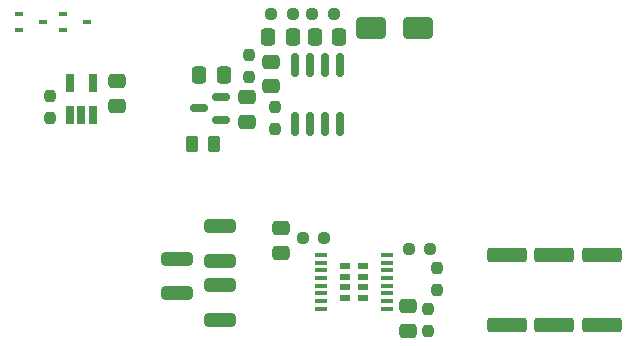
<source format=gbr>
%TF.GenerationSoftware,KiCad,Pcbnew,7.0.1-3b83917a11~172~ubuntu22.10.1*%
%TF.CreationDate,2023-09-25T18:41:39+02:00*%
%TF.ProjectId,led_boost_MIC3230,6c65645f-626f-46f7-9374-5f4d49433332,rev?*%
%TF.SameCoordinates,Original*%
%TF.FileFunction,Paste,Bot*%
%TF.FilePolarity,Positive*%
%FSLAX46Y46*%
G04 Gerber Fmt 4.6, Leading zero omitted, Abs format (unit mm)*
G04 Created by KiCad (PCBNEW 7.0.1-3b83917a11~172~ubuntu22.10.1) date 2023-09-25 18:41:39*
%MOMM*%
%LPD*%
G01*
G04 APERTURE LIST*
G04 Aperture macros list*
%AMRoundRect*
0 Rectangle with rounded corners*
0 $1 Rounding radius*
0 $2 $3 $4 $5 $6 $7 $8 $9 X,Y pos of 4 corners*
0 Add a 4 corners polygon primitive as box body*
4,1,4,$2,$3,$4,$5,$6,$7,$8,$9,$2,$3,0*
0 Add four circle primitives for the rounded corners*
1,1,$1+$1,$2,$3*
1,1,$1+$1,$4,$5*
1,1,$1+$1,$6,$7*
1,1,$1+$1,$8,$9*
0 Add four rect primitives between the rounded corners*
20,1,$1+$1,$2,$3,$4,$5,0*
20,1,$1+$1,$4,$5,$6,$7,0*
20,1,$1+$1,$6,$7,$8,$9,0*
20,1,$1+$1,$8,$9,$2,$3,0*%
G04 Aperture macros list end*
%ADD10RoundRect,0.250000X-1.425000X0.362500X-1.425000X-0.362500X1.425000X-0.362500X1.425000X0.362500X0*%
%ADD11RoundRect,0.237500X0.250000X0.237500X-0.250000X0.237500X-0.250000X-0.237500X0.250000X-0.237500X0*%
%ADD12R,0.650000X1.560000*%
%ADD13RoundRect,0.250000X-1.075000X0.312500X-1.075000X-0.312500X1.075000X-0.312500X1.075000X0.312500X0*%
%ADD14RoundRect,0.237500X-0.237500X0.250000X-0.237500X-0.250000X0.237500X-0.250000X0.237500X0.250000X0*%
%ADD15RoundRect,0.250000X1.000000X0.650000X-1.000000X0.650000X-1.000000X-0.650000X1.000000X-0.650000X0*%
%ADD16RoundRect,0.237500X0.237500X-0.250000X0.237500X0.250000X-0.237500X0.250000X-0.237500X-0.250000X0*%
%ADD17R,0.700000X0.450000*%
%ADD18RoundRect,0.250000X0.475000X-0.337500X0.475000X0.337500X-0.475000X0.337500X-0.475000X-0.337500X0*%
%ADD19RoundRect,0.250000X-0.475000X0.337500X-0.475000X-0.337500X0.475000X-0.337500X0.475000X0.337500X0*%
%ADD20RoundRect,0.250000X0.337500X0.475000X-0.337500X0.475000X-0.337500X-0.475000X0.337500X-0.475000X0*%
%ADD21RoundRect,0.150000X-0.150000X0.825000X-0.150000X-0.825000X0.150000X-0.825000X0.150000X0.825000X0*%
%ADD22RoundRect,0.150000X0.587500X0.150000X-0.587500X0.150000X-0.587500X-0.150000X0.587500X-0.150000X0*%
%ADD23RoundRect,0.250000X-0.337500X-0.475000X0.337500X-0.475000X0.337500X0.475000X-0.337500X0.475000X0*%
%ADD24R,1.050000X0.450000*%
%ADD25R,0.882000X0.537000*%
%ADD26RoundRect,0.250000X0.262500X0.450000X-0.262500X0.450000X-0.262500X-0.450000X0.262500X-0.450000X0*%
%ADD27RoundRect,0.237500X-0.250000X-0.237500X0.250000X-0.237500X0.250000X0.237500X-0.250000X0.237500X0*%
G04 APERTURE END LIST*
D10*
%TO.C,R6*%
X104750000Y-77037500D03*
X104750000Y-82962500D03*
%TD*%
D11*
%TO.C,R11*%
X86057500Y-56637500D03*
X84232500Y-56637500D03*
%TD*%
D12*
%TO.C,U3*%
X65642024Y-65177500D03*
X64692024Y-65177500D03*
X63742024Y-65177500D03*
X63742024Y-62477500D03*
X65642024Y-62477500D03*
%TD*%
D13*
%TO.C,R8*%
X72800000Y-77337500D03*
X72800000Y-80262500D03*
%TD*%
D14*
%TO.C,R15*%
X62000000Y-63587500D03*
X62000000Y-65412500D03*
%TD*%
D13*
%TO.C,R10*%
X76400000Y-74600000D03*
X76400000Y-77525000D03*
%TD*%
D10*
%TO.C,R7*%
X108750000Y-77037500D03*
X108750000Y-82962500D03*
%TD*%
D15*
%TO.C,D2*%
X93232500Y-57830000D03*
X89232500Y-57830000D03*
%TD*%
D16*
%TO.C,R13*%
X81062500Y-66312500D03*
X81062500Y-64487500D03*
%TD*%
D11*
%TO.C,R12*%
X82587500Y-56600000D03*
X80762500Y-56600000D03*
%TD*%
D17*
%TO.C,D3*%
X63142024Y-57927500D03*
X63142024Y-56627500D03*
X65142024Y-57277500D03*
%TD*%
%TO.C,D4*%
X59442024Y-57927500D03*
X59442024Y-56627500D03*
X61442024Y-57277500D03*
%TD*%
D14*
%TO.C,R3*%
X94084285Y-81632440D03*
X94084285Y-83457440D03*
%TD*%
D18*
%TO.C,C14*%
X78700000Y-65737500D03*
X78700000Y-63662500D03*
%TD*%
D16*
%TO.C,R14*%
X78900000Y-61912500D03*
X78900000Y-60087500D03*
%TD*%
D14*
%TO.C,R4*%
X94800000Y-78132440D03*
X94800000Y-79957440D03*
%TD*%
D19*
%TO.C,C12*%
X67700000Y-62320000D03*
X67700000Y-64395000D03*
%TD*%
D20*
%TO.C,C10*%
X82587500Y-58600000D03*
X80512500Y-58600000D03*
%TD*%
D21*
%TO.C,U2*%
X82762500Y-60950000D03*
X84032500Y-60950000D03*
X85302500Y-60950000D03*
X86572500Y-60950000D03*
X86572500Y-65900000D03*
X85302500Y-65900000D03*
X84032500Y-65900000D03*
X82762500Y-65900000D03*
%TD*%
D22*
%TO.C,U4*%
X76537500Y-63650000D03*
X76537500Y-65550000D03*
X74662500Y-64600000D03*
%TD*%
D23*
%TO.C,C15*%
X74662500Y-61800000D03*
X76737500Y-61800000D03*
%TD*%
D24*
%TO.C,U1*%
X84990595Y-81564940D03*
X84990595Y-80914940D03*
X84990595Y-80264940D03*
X84990595Y-79614940D03*
X84990595Y-78964940D03*
X84990595Y-78314940D03*
X84990595Y-77664940D03*
X84990595Y-77014940D03*
X90540595Y-77014940D03*
X90540595Y-77664940D03*
X90540595Y-78314940D03*
X90540595Y-78964940D03*
X90540595Y-79614940D03*
X90540595Y-80264940D03*
X90540595Y-80914940D03*
X90540595Y-81564940D03*
D25*
X87030595Y-77947440D03*
X87030595Y-78842440D03*
X87030595Y-79737440D03*
X87030595Y-80632440D03*
X88500595Y-77947440D03*
X88500595Y-78842440D03*
X88500595Y-79737440D03*
X88500595Y-80632440D03*
%TD*%
D26*
%TO.C,R16*%
X75912500Y-67600000D03*
X74087500Y-67600000D03*
%TD*%
D27*
%TO.C,R2*%
X92421785Y-76544940D03*
X94246785Y-76544940D03*
%TD*%
D10*
%TO.C,R5*%
X100750000Y-77037500D03*
X100750000Y-82962500D03*
%TD*%
D27*
%TO.C,R1*%
X83453095Y-75589940D03*
X85278095Y-75589940D03*
%TD*%
D13*
%TO.C,R9*%
X76400000Y-79600000D03*
X76400000Y-82525000D03*
%TD*%
D23*
%TO.C,C11*%
X84462500Y-58600000D03*
X86537500Y-58600000D03*
%TD*%
D18*
%TO.C,C13*%
X80762500Y-62737500D03*
X80762500Y-60662500D03*
%TD*%
D19*
%TO.C,C5*%
X92334285Y-81362500D03*
X92334285Y-83437500D03*
%TD*%
D18*
%TO.C,C2*%
X81565595Y-76827440D03*
X81565595Y-74752440D03*
%TD*%
M02*

</source>
